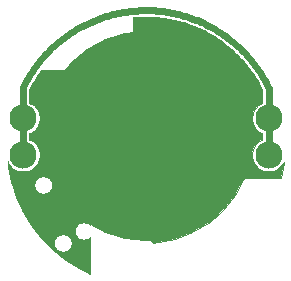
<source format=gbr>
G04 #@! TF.GenerationSoftware,KiCad,Pcbnew,5.1.0-unknown-567bdd9~82~ubuntu18.10.1*
G04 #@! TF.CreationDate,2019-03-29T13:42:26+01:00*
G04 #@! TF.ProjectId,weather,77656174-6865-4722-9e6b-696361645f70,1.0*
G04 #@! TF.SameCoordinates,Original*
G04 #@! TF.FileFunction,Copper,L2,Bot*
G04 #@! TF.FilePolarity,Positive*
%FSLAX46Y46*%
G04 Gerber Fmt 4.6, Leading zero omitted, Abs format (unit mm)*
G04 Created by KiCad (PCBNEW 5.1.0-unknown-567bdd9~82~ubuntu18.10.1) date 2019-03-29 13:42:26*
%MOMM*%
%LPD*%
G04 APERTURE LIST*
%ADD10C,2.000000*%
%ADD11C,2.300000*%
%ADD12C,17.800000*%
%ADD13C,0.800000*%
%ADD14C,0.600000*%
%ADD15C,0.100000*%
G04 APERTURE END LIST*
D10*
X120525000Y-76275000D03*
D11*
X101770000Y-74700000D03*
X101770000Y-77800000D03*
X122570000Y-77800000D03*
X122570000Y-74700000D03*
D12*
X112170000Y-76200000D03*
D13*
X113150000Y-69350000D03*
X107075000Y-81325000D03*
X107075000Y-85400000D03*
X107075000Y-83050000D03*
X111625000Y-80000000D03*
X118975000Y-81450000D03*
X117600000Y-82875000D03*
X115425000Y-84200000D03*
X112950000Y-84800000D03*
X111625000Y-83500000D03*
X108425000Y-75675000D03*
X110875000Y-73250000D03*
X108425000Y-73300000D03*
X110825000Y-75700000D03*
X114500000Y-74475000D03*
X113400000Y-77700000D03*
X120000000Y-79800000D03*
X111625000Y-81800000D03*
X116400000Y-81900000D03*
X114200000Y-80200000D03*
X114550000Y-71400000D03*
X118200000Y-72900000D03*
X118225000Y-70100000D03*
X115750000Y-69300000D03*
X109600000Y-74500000D03*
X107075000Y-87050000D03*
X121700000Y-79350000D03*
X107100000Y-79675000D03*
X105150000Y-77100000D03*
X110169267Y-69324373D03*
D14*
X101770000Y-74700000D02*
X101770000Y-77800000D01*
X122570000Y-74700000D02*
X122570000Y-77800000D01*
X109953623Y-65764130D02*
X109747924Y-65806084D01*
X122427694Y-71858237D02*
X122331004Y-71672028D01*
X103110385Y-69933704D02*
X102981794Y-70099624D01*
X120917484Y-69593927D02*
X120779737Y-69435502D01*
X102385540Y-70962464D02*
X102275825Y-71141395D01*
X122230898Y-71487538D02*
X122127458Y-71304914D01*
X114744265Y-65847242D02*
X114539378Y-65801925D01*
X109339155Y-65901157D02*
X109136177Y-65954250D01*
X116782790Y-66550000D02*
X116734971Y-66502181D01*
X103943133Y-68990086D02*
X103797289Y-69140914D01*
X102275825Y-71141395D02*
X102169376Y-71322310D01*
X102733892Y-70438203D02*
X102614586Y-70610849D01*
X101777176Y-72064201D02*
X101770000Y-72079411D01*
X105372431Y-67758729D02*
X105203919Y-67883747D01*
X122570000Y-72149629D02*
X122521001Y-72046222D01*
X110366908Y-65691535D02*
X110159937Y-65725951D01*
X117492349Y-66863684D02*
X117305480Y-66768138D01*
X119417613Y-68130352D02*
X119253492Y-67999528D01*
X120049383Y-68682801D02*
X119895187Y-68540349D01*
X113920183Y-65688449D02*
X113712542Y-65658165D01*
X122521001Y-72046222D02*
X122427694Y-71858237D01*
X115554623Y-66065599D02*
X115353584Y-66005492D01*
X102856337Y-70267735D02*
X102733892Y-70438203D01*
X112667864Y-65563688D02*
X112631920Y-65562410D01*
X115151438Y-65949042D02*
X114948312Y-65896287D01*
X107361959Y-66595654D02*
X107171935Y-66684640D01*
X117305480Y-66768138D02*
X117116982Y-66676049D01*
X119895187Y-68540349D02*
X119738523Y-68400817D01*
X119253492Y-67999528D02*
X119087025Y-67871722D01*
X102169376Y-71322310D02*
X102066297Y-71505034D01*
X102498450Y-70785632D02*
X102385540Y-70962464D01*
X117860641Y-67064865D02*
X117677443Y-66962615D01*
X105037642Y-68011866D02*
X104873817Y-68142920D01*
X101770000Y-73073655D02*
X101770000Y-74700000D01*
X104712342Y-68276986D02*
X104553348Y-68413962D01*
X102614586Y-70610849D02*
X102498450Y-70785632D01*
X118041989Y-67170460D02*
X117860641Y-67064865D01*
X113086764Y-65590060D02*
X112877434Y-65574967D01*
X107746765Y-66428113D02*
X107553617Y-66510124D01*
X120495860Y-69126480D02*
X120349748Y-68975899D01*
X121438729Y-70251634D02*
X121312954Y-70083705D01*
X111200230Y-65591692D02*
X110991222Y-65610960D01*
X103241934Y-69770205D02*
X103110385Y-69933704D01*
X121312954Y-70083705D02*
X121184055Y-69917982D01*
X106796822Y-66872961D02*
X106611940Y-66972191D01*
X112248327Y-65552589D02*
X112038574Y-65552771D01*
X114127250Y-65722511D02*
X113920183Y-65688449D01*
X122127458Y-71304914D02*
X122020788Y-71124339D01*
X101966537Y-71689652D02*
X101870143Y-71876080D01*
X105716240Y-67517938D02*
X105543194Y-67636800D01*
X116842626Y-66550000D02*
X116782790Y-66550000D01*
X104553348Y-68413962D02*
X104396894Y-68553793D01*
X121561471Y-70421889D02*
X121438729Y-70251634D01*
X118747271Y-67625328D02*
X118574063Y-67506796D01*
X116346871Y-66342336D02*
X116150677Y-66267733D01*
X116926773Y-66587378D02*
X116842626Y-66550000D01*
X103376450Y-69609117D02*
X103241934Y-69770205D01*
X110991222Y-65610960D02*
X110782719Y-65634017D01*
X112631920Y-65562410D02*
X112458178Y-65556230D01*
X114948312Y-65896287D02*
X114744265Y-65847242D01*
X107171935Y-66684640D02*
X106983529Y-66777088D01*
X108533376Y-66135617D02*
X108334772Y-66203351D01*
X116150677Y-66267733D02*
X116149206Y-66267204D01*
X103797289Y-69140914D02*
X103654148Y-69294447D01*
X103513875Y-69450507D02*
X103376450Y-69609117D01*
X103654148Y-69294447D02*
X103513875Y-69450507D01*
X113504331Y-65631661D02*
X113295731Y-65608958D01*
X115953305Y-66196767D02*
X115754500Y-66129348D01*
X108137374Y-66274714D02*
X107941373Y-66349635D01*
X104243010Y-68696452D02*
X104091687Y-68841950D01*
X113712542Y-65658165D02*
X113504331Y-65631661D01*
X116149206Y-66267204D02*
X115953305Y-66196767D01*
X108334772Y-66203351D02*
X108137374Y-66274714D01*
X110782719Y-65634017D02*
X110574552Y-65660883D01*
X116734971Y-66502181D02*
X116541665Y-66420498D01*
X109136177Y-65954250D02*
X108934140Y-66011046D01*
X122570000Y-74700000D02*
X122570000Y-72149629D01*
X104396894Y-68553793D02*
X104243010Y-68696452D01*
X111619001Y-65564599D02*
X111409537Y-65576236D01*
X118574063Y-67506796D02*
X118398823Y-67391502D01*
X122020788Y-71124339D02*
X121910741Y-70945562D01*
X106247682Y-67180709D02*
X106068512Y-67289877D01*
X104091687Y-68841950D02*
X103943133Y-68990086D01*
X120200831Y-68827913D02*
X120049383Y-68682801D01*
X117677443Y-66962615D02*
X117492349Y-66863684D01*
X110574552Y-65660883D02*
X110366908Y-65691535D01*
X121052292Y-69754798D02*
X120917484Y-69593927D01*
X106983529Y-66777088D02*
X106796822Y-66872961D01*
X112458178Y-65556230D02*
X112248327Y-65552589D01*
X120349748Y-68975899D02*
X120200831Y-68827913D01*
X119738523Y-68400817D02*
X119579255Y-68264086D01*
X116541665Y-66420498D02*
X116346871Y-66342336D01*
X108934140Y-66011046D02*
X108733193Y-66071506D01*
X111828771Y-65556774D02*
X111619001Y-65564599D01*
X106428853Y-67074797D02*
X106247682Y-67180709D01*
X118221409Y-67279354D02*
X118041989Y-67170460D01*
X121184055Y-69917982D02*
X121052292Y-69754798D01*
X122331004Y-71672028D02*
X122230898Y-71487538D01*
X114539378Y-65801925D02*
X114333685Y-65760343D01*
X101870143Y-71876080D02*
X101777176Y-72064201D01*
X105543194Y-67636800D02*
X105372431Y-67758729D01*
X102981794Y-70099624D02*
X102856337Y-70267735D01*
X107553617Y-66510124D02*
X107361959Y-66595654D01*
X115353584Y-66005492D02*
X115151438Y-65949042D01*
X112877434Y-65574967D02*
X112667864Y-65563688D01*
X115754500Y-66129348D02*
X115554623Y-66065599D01*
X120779737Y-69435502D02*
X120639246Y-69279744D01*
X119579255Y-68264086D02*
X119417613Y-68130352D01*
X109543178Y-65851743D02*
X109339155Y-65901157D01*
X119087025Y-67871722D02*
X118918304Y-67747003D01*
X117116982Y-66676049D02*
X116926773Y-66587378D01*
X102066297Y-71505034D02*
X101966537Y-71689652D01*
X105891286Y-67402337D02*
X105716240Y-67517938D01*
X113295731Y-65608958D02*
X113086764Y-65590060D01*
X121681045Y-70594284D02*
X121561471Y-70421889D01*
X107941373Y-66349635D02*
X107746765Y-66428113D01*
X106611940Y-66972191D02*
X106428853Y-67074797D01*
X114333685Y-65760343D02*
X114127250Y-65722511D01*
X112038574Y-65552771D02*
X111828771Y-65556774D01*
X104873817Y-68142920D02*
X104712342Y-68276986D01*
X101770000Y-72079411D02*
X101770000Y-73073655D01*
X105203919Y-67883747D02*
X105037642Y-68011866D01*
X110159937Y-65725951D02*
X109953623Y-65764130D01*
X121910741Y-70945562D02*
X121797520Y-70768920D01*
X109747924Y-65806084D02*
X109543178Y-65851743D01*
X120639246Y-69279744D02*
X120495860Y-69126480D01*
X121797520Y-70768920D02*
X121681045Y-70594284D01*
X108733193Y-66071506D02*
X108533376Y-66135617D01*
X118918304Y-67747003D02*
X118747271Y-67625328D01*
X111409537Y-65576236D02*
X111200230Y-65591692D01*
X118398823Y-67391502D02*
X118221409Y-67279354D01*
X106068512Y-67289877D02*
X105891286Y-67402337D01*
D15*
G36*
X112443634Y-66106060D02*
G01*
X112585370Y-66111101D01*
X112585376Y-66111102D01*
X112620962Y-66112367D01*
X112639369Y-66113022D01*
X112639372Y-66113022D01*
X112643283Y-66113161D01*
X112842920Y-66123905D01*
X113042177Y-66138272D01*
X113241205Y-66156271D01*
X113439864Y-66177892D01*
X113638156Y-66203134D01*
X113835888Y-66231973D01*
X114032993Y-66264397D01*
X114229604Y-66300428D01*
X114425505Y-66340030D01*
X114620600Y-66383181D01*
X114814912Y-66429887D01*
X115008341Y-66480123D01*
X115200842Y-66533880D01*
X115392299Y-66591123D01*
X115582600Y-66651818D01*
X115771932Y-66716025D01*
X115959905Y-66783612D01*
X116146708Y-66854644D01*
X116332237Y-66929089D01*
X116426040Y-66968726D01*
X116475748Y-67009521D01*
X116571296Y-67060592D01*
X116674971Y-67092042D01*
X116716369Y-67096119D01*
X116880079Y-67172438D01*
X117059557Y-67260120D01*
X117237472Y-67351087D01*
X117413745Y-67445303D01*
X117588211Y-67542679D01*
X117760880Y-67643220D01*
X117931773Y-67746938D01*
X118100703Y-67853724D01*
X118267587Y-67963520D01*
X118432524Y-68076392D01*
X118595383Y-68192252D01*
X118756073Y-68311034D01*
X118914576Y-68432725D01*
X119070881Y-68557320D01*
X119224792Y-68684657D01*
X119376461Y-68814865D01*
X119525667Y-68947755D01*
X119672485Y-69083391D01*
X119816713Y-69221585D01*
X119958508Y-69362494D01*
X120097656Y-69505898D01*
X120234192Y-69651840D01*
X120367978Y-69800165D01*
X120499154Y-69951033D01*
X120627526Y-70104223D01*
X120752966Y-70259576D01*
X120875748Y-70417435D01*
X120995501Y-70577323D01*
X121112389Y-70739457D01*
X121226252Y-70903619D01*
X121337180Y-71069937D01*
X121444989Y-71238135D01*
X121549787Y-71408385D01*
X121651372Y-71580353D01*
X121749862Y-71754237D01*
X121845202Y-71929944D01*
X121937270Y-72107253D01*
X122020001Y-72273931D01*
X122020001Y-73412468D01*
X121906851Y-73459336D01*
X121677552Y-73612549D01*
X121482549Y-73807552D01*
X121329336Y-74036851D01*
X121223801Y-74291635D01*
X121170000Y-74562112D01*
X121170000Y-74837888D01*
X121223801Y-75108365D01*
X121329336Y-75363149D01*
X121482549Y-75592448D01*
X121677552Y-75787451D01*
X121906851Y-75940664D01*
X122020000Y-75987532D01*
X122020001Y-76512468D01*
X121906851Y-76559336D01*
X121677552Y-76712549D01*
X121482549Y-76907552D01*
X121329336Y-77136851D01*
X121223801Y-77391635D01*
X121170000Y-77662112D01*
X121170000Y-77937888D01*
X121223801Y-78208365D01*
X121329336Y-78463149D01*
X121482549Y-78692448D01*
X121677552Y-78887451D01*
X121906851Y-79040664D01*
X122161635Y-79146199D01*
X122432112Y-79200000D01*
X122707888Y-79200000D01*
X122978365Y-79146199D01*
X123233149Y-79040664D01*
X123462448Y-78887451D01*
X123657451Y-78692448D01*
X123810664Y-78463149D01*
X123832241Y-78411057D01*
X123781328Y-78916677D01*
X123600396Y-79750000D01*
X120500000Y-79750000D01*
X120493746Y-79750393D01*
X120484189Y-79752566D01*
X120475238Y-79756562D01*
X120467240Y-79762227D01*
X120460500Y-79769344D01*
X120455279Y-79777639D01*
X119757959Y-81172279D01*
X118663948Y-82465201D01*
X117570192Y-83459525D01*
X115878669Y-84454538D01*
X114636807Y-84901608D01*
X112816669Y-85245959D01*
X111250000Y-83679290D01*
X111250000Y-77500000D01*
X111249039Y-77490245D01*
X111246194Y-77480866D01*
X111241573Y-77472221D01*
X111235355Y-77464645D01*
X111227779Y-77458427D01*
X111219134Y-77453806D01*
X111209755Y-77450961D01*
X111200000Y-77450000D01*
X107500000Y-77450000D01*
X107490245Y-77450961D01*
X107480866Y-77453806D01*
X107472221Y-77458427D01*
X107464645Y-77464645D01*
X107458427Y-77472221D01*
X107453806Y-77480866D01*
X107450961Y-77490245D01*
X107450000Y-77500000D01*
X107450000Y-83737810D01*
X107374983Y-83662793D01*
X107252914Y-83581229D01*
X107117278Y-83525047D01*
X106973288Y-83496405D01*
X106826476Y-83496405D01*
X106682486Y-83525047D01*
X106546850Y-83581229D01*
X106424781Y-83662793D01*
X106320970Y-83766604D01*
X106239406Y-83888673D01*
X106183224Y-84024309D01*
X106154582Y-84168299D01*
X106154582Y-84315111D01*
X106183224Y-84459101D01*
X106239406Y-84594737D01*
X106320970Y-84716806D01*
X106424781Y-84820617D01*
X106546850Y-84902181D01*
X106682486Y-84958363D01*
X106826476Y-84987005D01*
X106973288Y-84987005D01*
X107117278Y-84958363D01*
X107252914Y-84902181D01*
X107374983Y-84820617D01*
X107450000Y-84745600D01*
X107450000Y-87860944D01*
X106356219Y-87321551D01*
X105233542Y-86599421D01*
X104199829Y-85754842D01*
X103644031Y-85184299D01*
X104394818Y-85184299D01*
X104394818Y-85331111D01*
X104423460Y-85475101D01*
X104479642Y-85610737D01*
X104561206Y-85732806D01*
X104665017Y-85836617D01*
X104787086Y-85918181D01*
X104922722Y-85974363D01*
X105066712Y-86003005D01*
X105213524Y-86003005D01*
X105357514Y-85974363D01*
X105493150Y-85918181D01*
X105615219Y-85836617D01*
X105719030Y-85732806D01*
X105800594Y-85610737D01*
X105856776Y-85475101D01*
X105885418Y-85331111D01*
X105885418Y-85184299D01*
X105856776Y-85040309D01*
X105800594Y-84904673D01*
X105719030Y-84782604D01*
X105615219Y-84678793D01*
X105493150Y-84597229D01*
X105357514Y-84541047D01*
X105213524Y-84512405D01*
X105066712Y-84512405D01*
X104922722Y-84541047D01*
X104787086Y-84597229D01*
X104665017Y-84678793D01*
X104561206Y-84782604D01*
X104479642Y-84904673D01*
X104423460Y-85040309D01*
X104394818Y-85184299D01*
X103644031Y-85184299D01*
X103268370Y-84798673D01*
X102451140Y-83743205D01*
X101758645Y-82602010D01*
X101199789Y-81389757D01*
X100832821Y-80276889D01*
X102734700Y-80276889D01*
X102734700Y-80423701D01*
X102763342Y-80567691D01*
X102819524Y-80703327D01*
X102901088Y-80825396D01*
X103004899Y-80929207D01*
X103126968Y-81010771D01*
X103262604Y-81066953D01*
X103406594Y-81095595D01*
X103553406Y-81095595D01*
X103697396Y-81066953D01*
X103833032Y-81010771D01*
X103955101Y-80929207D01*
X104058912Y-80825396D01*
X104140476Y-80703327D01*
X104196658Y-80567691D01*
X104225300Y-80423701D01*
X104225300Y-80276889D01*
X104196658Y-80132899D01*
X104140476Y-79997263D01*
X104058912Y-79875194D01*
X103955101Y-79771383D01*
X103833032Y-79689819D01*
X103697396Y-79633637D01*
X103553406Y-79604995D01*
X103406594Y-79604995D01*
X103262604Y-79633637D01*
X103126968Y-79689819D01*
X103004899Y-79771383D01*
X102901088Y-79875194D01*
X102819524Y-79997263D01*
X102763342Y-80132899D01*
X102734700Y-80276889D01*
X100832821Y-80276889D01*
X100781757Y-80122033D01*
X100509921Y-78815135D01*
X100462823Y-78302574D01*
X100529336Y-78463149D01*
X100682549Y-78692448D01*
X100877552Y-78887451D01*
X101106851Y-79040664D01*
X101361635Y-79146199D01*
X101632112Y-79200000D01*
X101907888Y-79200000D01*
X102178365Y-79146199D01*
X102433149Y-79040664D01*
X102662448Y-78887451D01*
X102857451Y-78692448D01*
X103010664Y-78463149D01*
X103116199Y-78208365D01*
X103170000Y-77937888D01*
X103170000Y-77662112D01*
X103116199Y-77391635D01*
X103010664Y-77136851D01*
X102857451Y-76907552D01*
X102662448Y-76712549D01*
X102433149Y-76559336D01*
X102320000Y-76512468D01*
X102320000Y-75987532D01*
X102433149Y-75940664D01*
X102662448Y-75787451D01*
X102857451Y-75592448D01*
X103010664Y-75363149D01*
X103116199Y-75108365D01*
X103170000Y-74837888D01*
X103170000Y-74562112D01*
X103116199Y-74291635D01*
X103010664Y-74036851D01*
X102857451Y-73807552D01*
X102662448Y-73612549D01*
X102433149Y-73459336D01*
X102320000Y-73412468D01*
X102320000Y-72207206D01*
X102361003Y-72124236D01*
X102452786Y-71946725D01*
X102547796Y-71770896D01*
X102645953Y-71596899D01*
X102747295Y-71424662D01*
X102851788Y-71254247D01*
X102959319Y-71085838D01*
X103069898Y-70919420D01*
X103183516Y-70755004D01*
X103276896Y-70625000D01*
X111025000Y-70625000D01*
X111034755Y-70624039D01*
X111044134Y-70621194D01*
X111052779Y-70616573D01*
X111060355Y-70610355D01*
X111066573Y-70602779D01*
X111071194Y-70594134D01*
X111074039Y-70584755D01*
X111075000Y-70575000D01*
X111075000Y-66155568D01*
X111245715Y-66139830D01*
X111445048Y-66125110D01*
X111644524Y-66114029D01*
X111844253Y-66106578D01*
X112044045Y-66102766D01*
X112243808Y-66102593D01*
X112443634Y-66106060D01*
X112443634Y-66106060D01*
G37*
X112443634Y-66106060D02*
X112585370Y-66111101D01*
X112585376Y-66111102D01*
X112620962Y-66112367D01*
X112639369Y-66113022D01*
X112639372Y-66113022D01*
X112643283Y-66113161D01*
X112842920Y-66123905D01*
X113042177Y-66138272D01*
X113241205Y-66156271D01*
X113439864Y-66177892D01*
X113638156Y-66203134D01*
X113835888Y-66231973D01*
X114032993Y-66264397D01*
X114229604Y-66300428D01*
X114425505Y-66340030D01*
X114620600Y-66383181D01*
X114814912Y-66429887D01*
X115008341Y-66480123D01*
X115200842Y-66533880D01*
X115392299Y-66591123D01*
X115582600Y-66651818D01*
X115771932Y-66716025D01*
X115959905Y-66783612D01*
X116146708Y-66854644D01*
X116332237Y-66929089D01*
X116426040Y-66968726D01*
X116475748Y-67009521D01*
X116571296Y-67060592D01*
X116674971Y-67092042D01*
X116716369Y-67096119D01*
X116880079Y-67172438D01*
X117059557Y-67260120D01*
X117237472Y-67351087D01*
X117413745Y-67445303D01*
X117588211Y-67542679D01*
X117760880Y-67643220D01*
X117931773Y-67746938D01*
X118100703Y-67853724D01*
X118267587Y-67963520D01*
X118432524Y-68076392D01*
X118595383Y-68192252D01*
X118756073Y-68311034D01*
X118914576Y-68432725D01*
X119070881Y-68557320D01*
X119224792Y-68684657D01*
X119376461Y-68814865D01*
X119525667Y-68947755D01*
X119672485Y-69083391D01*
X119816713Y-69221585D01*
X119958508Y-69362494D01*
X120097656Y-69505898D01*
X120234192Y-69651840D01*
X120367978Y-69800165D01*
X120499154Y-69951033D01*
X120627526Y-70104223D01*
X120752966Y-70259576D01*
X120875748Y-70417435D01*
X120995501Y-70577323D01*
X121112389Y-70739457D01*
X121226252Y-70903619D01*
X121337180Y-71069937D01*
X121444989Y-71238135D01*
X121549787Y-71408385D01*
X121651372Y-71580353D01*
X121749862Y-71754237D01*
X121845202Y-71929944D01*
X121937270Y-72107253D01*
X122020001Y-72273931D01*
X122020001Y-73412468D01*
X121906851Y-73459336D01*
X121677552Y-73612549D01*
X121482549Y-73807552D01*
X121329336Y-74036851D01*
X121223801Y-74291635D01*
X121170000Y-74562112D01*
X121170000Y-74837888D01*
X121223801Y-75108365D01*
X121329336Y-75363149D01*
X121482549Y-75592448D01*
X121677552Y-75787451D01*
X121906851Y-75940664D01*
X122020000Y-75987532D01*
X122020001Y-76512468D01*
X121906851Y-76559336D01*
X121677552Y-76712549D01*
X121482549Y-76907552D01*
X121329336Y-77136851D01*
X121223801Y-77391635D01*
X121170000Y-77662112D01*
X121170000Y-77937888D01*
X121223801Y-78208365D01*
X121329336Y-78463149D01*
X121482549Y-78692448D01*
X121677552Y-78887451D01*
X121906851Y-79040664D01*
X122161635Y-79146199D01*
X122432112Y-79200000D01*
X122707888Y-79200000D01*
X122978365Y-79146199D01*
X123233149Y-79040664D01*
X123462448Y-78887451D01*
X123657451Y-78692448D01*
X123810664Y-78463149D01*
X123832241Y-78411057D01*
X123781328Y-78916677D01*
X123600396Y-79750000D01*
X120500000Y-79750000D01*
X120493746Y-79750393D01*
X120484189Y-79752566D01*
X120475238Y-79756562D01*
X120467240Y-79762227D01*
X120460500Y-79769344D01*
X120455279Y-79777639D01*
X119757959Y-81172279D01*
X118663948Y-82465201D01*
X117570192Y-83459525D01*
X115878669Y-84454538D01*
X114636807Y-84901608D01*
X112816669Y-85245959D01*
X111250000Y-83679290D01*
X111250000Y-77500000D01*
X111249039Y-77490245D01*
X111246194Y-77480866D01*
X111241573Y-77472221D01*
X111235355Y-77464645D01*
X111227779Y-77458427D01*
X111219134Y-77453806D01*
X111209755Y-77450961D01*
X111200000Y-77450000D01*
X107500000Y-77450000D01*
X107490245Y-77450961D01*
X107480866Y-77453806D01*
X107472221Y-77458427D01*
X107464645Y-77464645D01*
X107458427Y-77472221D01*
X107453806Y-77480866D01*
X107450961Y-77490245D01*
X107450000Y-77500000D01*
X107450000Y-83737810D01*
X107374983Y-83662793D01*
X107252914Y-83581229D01*
X107117278Y-83525047D01*
X106973288Y-83496405D01*
X106826476Y-83496405D01*
X106682486Y-83525047D01*
X106546850Y-83581229D01*
X106424781Y-83662793D01*
X106320970Y-83766604D01*
X106239406Y-83888673D01*
X106183224Y-84024309D01*
X106154582Y-84168299D01*
X106154582Y-84315111D01*
X106183224Y-84459101D01*
X106239406Y-84594737D01*
X106320970Y-84716806D01*
X106424781Y-84820617D01*
X106546850Y-84902181D01*
X106682486Y-84958363D01*
X106826476Y-84987005D01*
X106973288Y-84987005D01*
X107117278Y-84958363D01*
X107252914Y-84902181D01*
X107374983Y-84820617D01*
X107450000Y-84745600D01*
X107450000Y-87860944D01*
X106356219Y-87321551D01*
X105233542Y-86599421D01*
X104199829Y-85754842D01*
X103644031Y-85184299D01*
X104394818Y-85184299D01*
X104394818Y-85331111D01*
X104423460Y-85475101D01*
X104479642Y-85610737D01*
X104561206Y-85732806D01*
X104665017Y-85836617D01*
X104787086Y-85918181D01*
X104922722Y-85974363D01*
X105066712Y-86003005D01*
X105213524Y-86003005D01*
X105357514Y-85974363D01*
X105493150Y-85918181D01*
X105615219Y-85836617D01*
X105719030Y-85732806D01*
X105800594Y-85610737D01*
X105856776Y-85475101D01*
X105885418Y-85331111D01*
X105885418Y-85184299D01*
X105856776Y-85040309D01*
X105800594Y-84904673D01*
X105719030Y-84782604D01*
X105615219Y-84678793D01*
X105493150Y-84597229D01*
X105357514Y-84541047D01*
X105213524Y-84512405D01*
X105066712Y-84512405D01*
X104922722Y-84541047D01*
X104787086Y-84597229D01*
X104665017Y-84678793D01*
X104561206Y-84782604D01*
X104479642Y-84904673D01*
X104423460Y-85040309D01*
X104394818Y-85184299D01*
X103644031Y-85184299D01*
X103268370Y-84798673D01*
X102451140Y-83743205D01*
X101758645Y-82602010D01*
X101199789Y-81389757D01*
X100832821Y-80276889D01*
X102734700Y-80276889D01*
X102734700Y-80423701D01*
X102763342Y-80567691D01*
X102819524Y-80703327D01*
X102901088Y-80825396D01*
X103004899Y-80929207D01*
X103126968Y-81010771D01*
X103262604Y-81066953D01*
X103406594Y-81095595D01*
X103553406Y-81095595D01*
X103697396Y-81066953D01*
X103833032Y-81010771D01*
X103955101Y-80929207D01*
X104058912Y-80825396D01*
X104140476Y-80703327D01*
X104196658Y-80567691D01*
X104225300Y-80423701D01*
X104225300Y-80276889D01*
X104196658Y-80132899D01*
X104140476Y-79997263D01*
X104058912Y-79875194D01*
X103955101Y-79771383D01*
X103833032Y-79689819D01*
X103697396Y-79633637D01*
X103553406Y-79604995D01*
X103406594Y-79604995D01*
X103262604Y-79633637D01*
X103126968Y-79689819D01*
X103004899Y-79771383D01*
X102901088Y-79875194D01*
X102819524Y-79997263D01*
X102763342Y-80132899D01*
X102734700Y-80276889D01*
X100832821Y-80276889D01*
X100781757Y-80122033D01*
X100509921Y-78815135D01*
X100462823Y-78302574D01*
X100529336Y-78463149D01*
X100682549Y-78692448D01*
X100877552Y-78887451D01*
X101106851Y-79040664D01*
X101361635Y-79146199D01*
X101632112Y-79200000D01*
X101907888Y-79200000D01*
X102178365Y-79146199D01*
X102433149Y-79040664D01*
X102662448Y-78887451D01*
X102857451Y-78692448D01*
X103010664Y-78463149D01*
X103116199Y-78208365D01*
X103170000Y-77937888D01*
X103170000Y-77662112D01*
X103116199Y-77391635D01*
X103010664Y-77136851D01*
X102857451Y-76907552D01*
X102662448Y-76712549D01*
X102433149Y-76559336D01*
X102320000Y-76512468D01*
X102320000Y-75987532D01*
X102433149Y-75940664D01*
X102662448Y-75787451D01*
X102857451Y-75592448D01*
X103010664Y-75363149D01*
X103116199Y-75108365D01*
X103170000Y-74837888D01*
X103170000Y-74562112D01*
X103116199Y-74291635D01*
X103010664Y-74036851D01*
X102857451Y-73807552D01*
X102662448Y-73612549D01*
X102433149Y-73459336D01*
X102320000Y-73412468D01*
X102320000Y-72207206D01*
X102361003Y-72124236D01*
X102452786Y-71946725D01*
X102547796Y-71770896D01*
X102645953Y-71596899D01*
X102747295Y-71424662D01*
X102851788Y-71254247D01*
X102959319Y-71085838D01*
X103069898Y-70919420D01*
X103183516Y-70755004D01*
X103276896Y-70625000D01*
X111025000Y-70625000D01*
X111034755Y-70624039D01*
X111044134Y-70621194D01*
X111052779Y-70616573D01*
X111060355Y-70610355D01*
X111066573Y-70602779D01*
X111071194Y-70594134D01*
X111074039Y-70584755D01*
X111075000Y-70575000D01*
X111075000Y-66155568D01*
X111245715Y-66139830D01*
X111445048Y-66125110D01*
X111644524Y-66114029D01*
X111844253Y-66106578D01*
X112044045Y-66102766D01*
X112243808Y-66102593D01*
X112443634Y-66106060D01*
M02*

</source>
